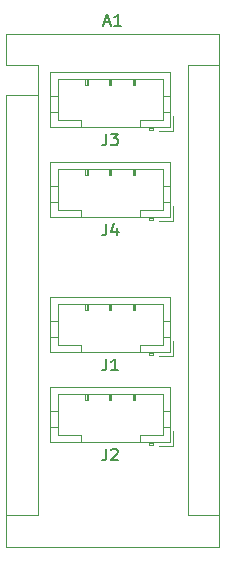
<source format=gbr>
G04 #@! TF.GenerationSoftware,KiCad,Pcbnew,(5.1.6-0-10_14)*
G04 #@! TF.CreationDate,2020-08-29T18:54:40+02:00*
G04 #@! TF.ProjectId,NanoFan,4e616e6f-4661-46e2-9e6b-696361645f70,rev?*
G04 #@! TF.SameCoordinates,Original*
G04 #@! TF.FileFunction,Legend,Top*
G04 #@! TF.FilePolarity,Positive*
%FSLAX46Y46*%
G04 Gerber Fmt 4.6, Leading zero omitted, Abs format (unit mm)*
G04 Created by KiCad (PCBNEW (5.1.6-0-10_14)) date 2020-08-29 18:54:40*
%MOMM*%
%LPD*%
G01*
G04 APERTURE LIST*
%ADD10C,0.120000*%
%ADD11C,0.150000*%
G04 APERTURE END LIST*
D10*
X126111000Y-88646000D02*
X126111000Y-86106000D01*
X126111000Y-86106000D02*
X123441000Y-86106000D01*
X123441000Y-88646000D02*
X123441000Y-126876000D01*
X123441000Y-83436000D02*
X123441000Y-86106000D01*
X138811000Y-86106000D02*
X141481000Y-86106000D01*
X138811000Y-86106000D02*
X138811000Y-124206000D01*
X138811000Y-124206000D02*
X141481000Y-124206000D01*
X126111000Y-88646000D02*
X123441000Y-88646000D01*
X126111000Y-88646000D02*
X126111000Y-124206000D01*
X126111000Y-124206000D02*
X123441000Y-124206000D01*
X123441000Y-126876000D02*
X141481000Y-126876000D01*
X141481000Y-126876000D02*
X141481000Y-83436000D01*
X141481000Y-83436000D02*
X123441000Y-83436000D01*
X137315000Y-98965000D02*
X137315000Y-94245000D01*
X137315000Y-94245000D02*
X127195000Y-94245000D01*
X127195000Y-94245000D02*
X127195000Y-98965000D01*
X127195000Y-98965000D02*
X137315000Y-98965000D01*
X135555000Y-98965000D02*
X135555000Y-99165000D01*
X135555000Y-99165000D02*
X135855000Y-99165000D01*
X135855000Y-99165000D02*
X135855000Y-98965000D01*
X135555000Y-99065000D02*
X135855000Y-99065000D01*
X134755000Y-98965000D02*
X134755000Y-98355000D01*
X134755000Y-98355000D02*
X136705000Y-98355000D01*
X136705000Y-98355000D02*
X136705000Y-94855000D01*
X136705000Y-94855000D02*
X127805000Y-94855000D01*
X127805000Y-94855000D02*
X127805000Y-98355000D01*
X127805000Y-98355000D02*
X129755000Y-98355000D01*
X129755000Y-98355000D02*
X129755000Y-98965000D01*
X137315000Y-97655000D02*
X136705000Y-97655000D01*
X137315000Y-96355000D02*
X136705000Y-96355000D01*
X127195000Y-97655000D02*
X127805000Y-97655000D01*
X127195000Y-96355000D02*
X127805000Y-96355000D01*
X134355000Y-94855000D02*
X134355000Y-95355000D01*
X134355000Y-95355000D02*
X134155000Y-95355000D01*
X134155000Y-95355000D02*
X134155000Y-94855000D01*
X134255000Y-94855000D02*
X134255000Y-95355000D01*
X132355000Y-94855000D02*
X132355000Y-95355000D01*
X132355000Y-95355000D02*
X132155000Y-95355000D01*
X132155000Y-95355000D02*
X132155000Y-94855000D01*
X132255000Y-94855000D02*
X132255000Y-95355000D01*
X130355000Y-94855000D02*
X130355000Y-95355000D01*
X130355000Y-95355000D02*
X130155000Y-95355000D01*
X130155000Y-95355000D02*
X130155000Y-94855000D01*
X130255000Y-94855000D02*
X130255000Y-95355000D01*
X136365000Y-99265000D02*
X137615000Y-99265000D01*
X137615000Y-99265000D02*
X137615000Y-98015000D01*
X137315000Y-91345000D02*
X137315000Y-86625000D01*
X137315000Y-86625000D02*
X127195000Y-86625000D01*
X127195000Y-86625000D02*
X127195000Y-91345000D01*
X127195000Y-91345000D02*
X137315000Y-91345000D01*
X135555000Y-91345000D02*
X135555000Y-91545000D01*
X135555000Y-91545000D02*
X135855000Y-91545000D01*
X135855000Y-91545000D02*
X135855000Y-91345000D01*
X135555000Y-91445000D02*
X135855000Y-91445000D01*
X134755000Y-91345000D02*
X134755000Y-90735000D01*
X134755000Y-90735000D02*
X136705000Y-90735000D01*
X136705000Y-90735000D02*
X136705000Y-87235000D01*
X136705000Y-87235000D02*
X127805000Y-87235000D01*
X127805000Y-87235000D02*
X127805000Y-90735000D01*
X127805000Y-90735000D02*
X129755000Y-90735000D01*
X129755000Y-90735000D02*
X129755000Y-91345000D01*
X137315000Y-90035000D02*
X136705000Y-90035000D01*
X137315000Y-88735000D02*
X136705000Y-88735000D01*
X127195000Y-90035000D02*
X127805000Y-90035000D01*
X127195000Y-88735000D02*
X127805000Y-88735000D01*
X134355000Y-87235000D02*
X134355000Y-87735000D01*
X134355000Y-87735000D02*
X134155000Y-87735000D01*
X134155000Y-87735000D02*
X134155000Y-87235000D01*
X134255000Y-87235000D02*
X134255000Y-87735000D01*
X132355000Y-87235000D02*
X132355000Y-87735000D01*
X132355000Y-87735000D02*
X132155000Y-87735000D01*
X132155000Y-87735000D02*
X132155000Y-87235000D01*
X132255000Y-87235000D02*
X132255000Y-87735000D01*
X130355000Y-87235000D02*
X130355000Y-87735000D01*
X130355000Y-87735000D02*
X130155000Y-87735000D01*
X130155000Y-87735000D02*
X130155000Y-87235000D01*
X130255000Y-87235000D02*
X130255000Y-87735000D01*
X136365000Y-91645000D02*
X137615000Y-91645000D01*
X137615000Y-91645000D02*
X137615000Y-90395000D01*
X137315000Y-118015000D02*
X137315000Y-113295000D01*
X137315000Y-113295000D02*
X127195000Y-113295000D01*
X127195000Y-113295000D02*
X127195000Y-118015000D01*
X127195000Y-118015000D02*
X137315000Y-118015000D01*
X135555000Y-118015000D02*
X135555000Y-118215000D01*
X135555000Y-118215000D02*
X135855000Y-118215000D01*
X135855000Y-118215000D02*
X135855000Y-118015000D01*
X135555000Y-118115000D02*
X135855000Y-118115000D01*
X134755000Y-118015000D02*
X134755000Y-117405000D01*
X134755000Y-117405000D02*
X136705000Y-117405000D01*
X136705000Y-117405000D02*
X136705000Y-113905000D01*
X136705000Y-113905000D02*
X127805000Y-113905000D01*
X127805000Y-113905000D02*
X127805000Y-117405000D01*
X127805000Y-117405000D02*
X129755000Y-117405000D01*
X129755000Y-117405000D02*
X129755000Y-118015000D01*
X137315000Y-116705000D02*
X136705000Y-116705000D01*
X137315000Y-115405000D02*
X136705000Y-115405000D01*
X127195000Y-116705000D02*
X127805000Y-116705000D01*
X127195000Y-115405000D02*
X127805000Y-115405000D01*
X134355000Y-113905000D02*
X134355000Y-114405000D01*
X134355000Y-114405000D02*
X134155000Y-114405000D01*
X134155000Y-114405000D02*
X134155000Y-113905000D01*
X134255000Y-113905000D02*
X134255000Y-114405000D01*
X132355000Y-113905000D02*
X132355000Y-114405000D01*
X132355000Y-114405000D02*
X132155000Y-114405000D01*
X132155000Y-114405000D02*
X132155000Y-113905000D01*
X132255000Y-113905000D02*
X132255000Y-114405000D01*
X130355000Y-113905000D02*
X130355000Y-114405000D01*
X130355000Y-114405000D02*
X130155000Y-114405000D01*
X130155000Y-114405000D02*
X130155000Y-113905000D01*
X130255000Y-113905000D02*
X130255000Y-114405000D01*
X136365000Y-118315000D02*
X137615000Y-118315000D01*
X137615000Y-118315000D02*
X137615000Y-117065000D01*
X137315000Y-110395000D02*
X137315000Y-105675000D01*
X137315000Y-105675000D02*
X127195000Y-105675000D01*
X127195000Y-105675000D02*
X127195000Y-110395000D01*
X127195000Y-110395000D02*
X137315000Y-110395000D01*
X135555000Y-110395000D02*
X135555000Y-110595000D01*
X135555000Y-110595000D02*
X135855000Y-110595000D01*
X135855000Y-110595000D02*
X135855000Y-110395000D01*
X135555000Y-110495000D02*
X135855000Y-110495000D01*
X134755000Y-110395000D02*
X134755000Y-109785000D01*
X134755000Y-109785000D02*
X136705000Y-109785000D01*
X136705000Y-109785000D02*
X136705000Y-106285000D01*
X136705000Y-106285000D02*
X127805000Y-106285000D01*
X127805000Y-106285000D02*
X127805000Y-109785000D01*
X127805000Y-109785000D02*
X129755000Y-109785000D01*
X129755000Y-109785000D02*
X129755000Y-110395000D01*
X137315000Y-109085000D02*
X136705000Y-109085000D01*
X137315000Y-107785000D02*
X136705000Y-107785000D01*
X127195000Y-109085000D02*
X127805000Y-109085000D01*
X127195000Y-107785000D02*
X127805000Y-107785000D01*
X134355000Y-106285000D02*
X134355000Y-106785000D01*
X134355000Y-106785000D02*
X134155000Y-106785000D01*
X134155000Y-106785000D02*
X134155000Y-106285000D01*
X134255000Y-106285000D02*
X134255000Y-106785000D01*
X132355000Y-106285000D02*
X132355000Y-106785000D01*
X132355000Y-106785000D02*
X132155000Y-106785000D01*
X132155000Y-106785000D02*
X132155000Y-106285000D01*
X132255000Y-106285000D02*
X132255000Y-106785000D01*
X130355000Y-106285000D02*
X130355000Y-106785000D01*
X130355000Y-106785000D02*
X130155000Y-106785000D01*
X130155000Y-106785000D02*
X130155000Y-106285000D01*
X130255000Y-106285000D02*
X130255000Y-106785000D01*
X136365000Y-110695000D02*
X137615000Y-110695000D01*
X137615000Y-110695000D02*
X137615000Y-109445000D01*
D11*
X131746714Y-82462666D02*
X132222904Y-82462666D01*
X131651476Y-82748380D02*
X131984809Y-81748380D01*
X132318142Y-82748380D01*
X133175285Y-82748380D02*
X132603857Y-82748380D01*
X132889571Y-82748380D02*
X132889571Y-81748380D01*
X132794333Y-81891238D01*
X132699095Y-81986476D01*
X132603857Y-82034095D01*
X131921666Y-99507380D02*
X131921666Y-100221666D01*
X131874047Y-100364523D01*
X131778809Y-100459761D01*
X131635952Y-100507380D01*
X131540714Y-100507380D01*
X132826428Y-99840714D02*
X132826428Y-100507380D01*
X132588333Y-99459761D02*
X132350238Y-100174047D01*
X132969285Y-100174047D01*
X131921666Y-91887380D02*
X131921666Y-92601666D01*
X131874047Y-92744523D01*
X131778809Y-92839761D01*
X131635952Y-92887380D01*
X131540714Y-92887380D01*
X132302619Y-91887380D02*
X132921666Y-91887380D01*
X132588333Y-92268333D01*
X132731190Y-92268333D01*
X132826428Y-92315952D01*
X132874047Y-92363571D01*
X132921666Y-92458809D01*
X132921666Y-92696904D01*
X132874047Y-92792142D01*
X132826428Y-92839761D01*
X132731190Y-92887380D01*
X132445476Y-92887380D01*
X132350238Y-92839761D01*
X132302619Y-92792142D01*
X131921666Y-118557380D02*
X131921666Y-119271666D01*
X131874047Y-119414523D01*
X131778809Y-119509761D01*
X131635952Y-119557380D01*
X131540714Y-119557380D01*
X132350238Y-118652619D02*
X132397857Y-118605000D01*
X132493095Y-118557380D01*
X132731190Y-118557380D01*
X132826428Y-118605000D01*
X132874047Y-118652619D01*
X132921666Y-118747857D01*
X132921666Y-118843095D01*
X132874047Y-118985952D01*
X132302619Y-119557380D01*
X132921666Y-119557380D01*
X131921666Y-110937380D02*
X131921666Y-111651666D01*
X131874047Y-111794523D01*
X131778809Y-111889761D01*
X131635952Y-111937380D01*
X131540714Y-111937380D01*
X132921666Y-111937380D02*
X132350238Y-111937380D01*
X132635952Y-111937380D02*
X132635952Y-110937380D01*
X132540714Y-111080238D01*
X132445476Y-111175476D01*
X132350238Y-111223095D01*
M02*

</source>
